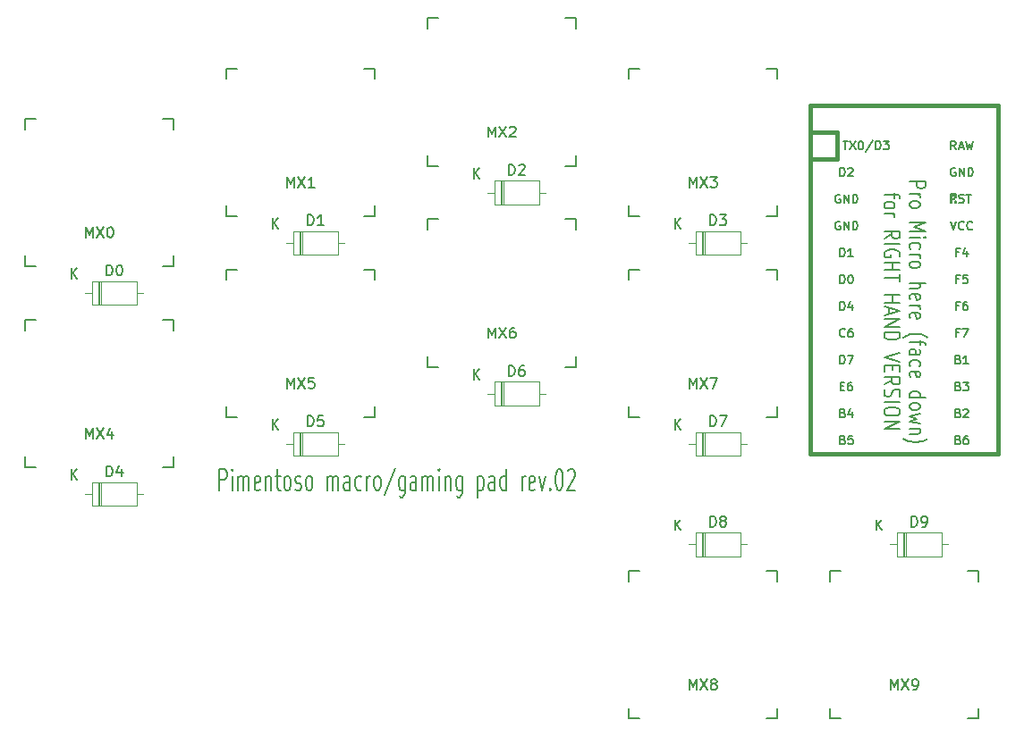
<source format=gto>
G04 #@! TF.GenerationSoftware,KiCad,Pcbnew,(5.1.0-0)*
G04 #@! TF.CreationDate,2019-07-24T22:08:00+02:00*
G04 #@! TF.ProjectId,tutorial,7475746f-7269-4616-9c2e-6b696361645f,rev?*
G04 #@! TF.SameCoordinates,Original*
G04 #@! TF.FileFunction,Legend,Top*
G04 #@! TF.FilePolarity,Positive*
%FSLAX46Y46*%
G04 Gerber Fmt 4.6, Leading zero omitted, Abs format (unit mm)*
G04 Created by KiCad (PCBNEW (5.1.0-0)) date 2019-07-24 22:08:00*
%MOMM*%
%LPD*%
G04 APERTURE LIST*
%ADD10C,0.150000*%
%ADD11C,0.200000*%
%ADD12C,0.120000*%
%ADD13C,0.381000*%
%ADD14C,1.803800*%
%ADD15C,2.388000*%
%ADD16C,4.089800*%
%ADD17O,1.702000X1.702000*%
%ADD18R,1.702000X1.702000*%
%ADD19C,1.854600*%
%ADD20R,1.854600X1.854600*%
%ADD21C,2.302000*%
G04 APERTURE END LIST*
D10*
X152921428Y-27506571D02*
X154421428Y-27506571D01*
X154421428Y-27963714D01*
X154350000Y-28078000D01*
X154278571Y-28135142D01*
X154135714Y-28192285D01*
X153921428Y-28192285D01*
X153778571Y-28135142D01*
X153707142Y-28078000D01*
X153635714Y-27963714D01*
X153635714Y-27506571D01*
X152921428Y-28706571D02*
X153921428Y-28706571D01*
X153635714Y-28706571D02*
X153778571Y-28763714D01*
X153850000Y-28820857D01*
X153921428Y-28935142D01*
X153921428Y-29049428D01*
X152921428Y-29620857D02*
X152992857Y-29506571D01*
X153064285Y-29449428D01*
X153207142Y-29392285D01*
X153635714Y-29392285D01*
X153778571Y-29449428D01*
X153850000Y-29506571D01*
X153921428Y-29620857D01*
X153921428Y-29792285D01*
X153850000Y-29906571D01*
X153778571Y-29963714D01*
X153635714Y-30020857D01*
X153207142Y-30020857D01*
X153064285Y-29963714D01*
X152992857Y-29906571D01*
X152921428Y-29792285D01*
X152921428Y-29620857D01*
X152921428Y-31449428D02*
X154421428Y-31449428D01*
X153350000Y-31849428D01*
X154421428Y-32249428D01*
X152921428Y-32249428D01*
X152921428Y-32820857D02*
X153921428Y-32820857D01*
X154421428Y-32820857D02*
X154350000Y-32763714D01*
X154278571Y-32820857D01*
X154350000Y-32878000D01*
X154421428Y-32820857D01*
X154278571Y-32820857D01*
X152992857Y-33906571D02*
X152921428Y-33792285D01*
X152921428Y-33563714D01*
X152992857Y-33449428D01*
X153064285Y-33392285D01*
X153207142Y-33335142D01*
X153635714Y-33335142D01*
X153778571Y-33392285D01*
X153850000Y-33449428D01*
X153921428Y-33563714D01*
X153921428Y-33792285D01*
X153850000Y-33906571D01*
X152921428Y-34420857D02*
X153921428Y-34420857D01*
X153635714Y-34420857D02*
X153778571Y-34478000D01*
X153850000Y-34535142D01*
X153921428Y-34649428D01*
X153921428Y-34763714D01*
X152921428Y-35335142D02*
X152992857Y-35220857D01*
X153064285Y-35163714D01*
X153207142Y-35106571D01*
X153635714Y-35106571D01*
X153778571Y-35163714D01*
X153850000Y-35220857D01*
X153921428Y-35335142D01*
X153921428Y-35506571D01*
X153850000Y-35620857D01*
X153778571Y-35678000D01*
X153635714Y-35735142D01*
X153207142Y-35735142D01*
X153064285Y-35678000D01*
X152992857Y-35620857D01*
X152921428Y-35506571D01*
X152921428Y-35335142D01*
X152921428Y-37163714D02*
X154421428Y-37163714D01*
X152921428Y-37678000D02*
X153707142Y-37678000D01*
X153850000Y-37620857D01*
X153921428Y-37506571D01*
X153921428Y-37335142D01*
X153850000Y-37220857D01*
X153778571Y-37163714D01*
X152992857Y-38706571D02*
X152921428Y-38592285D01*
X152921428Y-38363714D01*
X152992857Y-38249428D01*
X153135714Y-38192285D01*
X153707142Y-38192285D01*
X153850000Y-38249428D01*
X153921428Y-38363714D01*
X153921428Y-38592285D01*
X153850000Y-38706571D01*
X153707142Y-38763714D01*
X153564285Y-38763714D01*
X153421428Y-38192285D01*
X152921428Y-39278000D02*
X153921428Y-39278000D01*
X153635714Y-39278000D02*
X153778571Y-39335142D01*
X153850000Y-39392285D01*
X153921428Y-39506571D01*
X153921428Y-39620857D01*
X152992857Y-40478000D02*
X152921428Y-40363714D01*
X152921428Y-40135142D01*
X152992857Y-40020857D01*
X153135714Y-39963714D01*
X153707142Y-39963714D01*
X153850000Y-40020857D01*
X153921428Y-40135142D01*
X153921428Y-40363714D01*
X153850000Y-40478000D01*
X153707142Y-40535142D01*
X153564285Y-40535142D01*
X153421428Y-39963714D01*
X152350000Y-42306571D02*
X152421428Y-42249428D01*
X152635714Y-42135142D01*
X152778571Y-42078000D01*
X152992857Y-42020857D01*
X153350000Y-41963714D01*
X153635714Y-41963714D01*
X153992857Y-42020857D01*
X154207142Y-42078000D01*
X154350000Y-42135142D01*
X154564285Y-42249428D01*
X154635714Y-42306571D01*
X153921428Y-42592285D02*
X153921428Y-43049428D01*
X152921428Y-42763714D02*
X154207142Y-42763714D01*
X154350000Y-42820857D01*
X154421428Y-42935142D01*
X154421428Y-43049428D01*
X152921428Y-43963714D02*
X153707142Y-43963714D01*
X153850000Y-43906571D01*
X153921428Y-43792285D01*
X153921428Y-43563714D01*
X153850000Y-43449428D01*
X152992857Y-43963714D02*
X152921428Y-43849428D01*
X152921428Y-43563714D01*
X152992857Y-43449428D01*
X153135714Y-43392285D01*
X153278571Y-43392285D01*
X153421428Y-43449428D01*
X153492857Y-43563714D01*
X153492857Y-43849428D01*
X153564285Y-43963714D01*
X152992857Y-45049428D02*
X152921428Y-44935142D01*
X152921428Y-44706571D01*
X152992857Y-44592285D01*
X153064285Y-44535142D01*
X153207142Y-44478000D01*
X153635714Y-44478000D01*
X153778571Y-44535142D01*
X153850000Y-44592285D01*
X153921428Y-44706571D01*
X153921428Y-44935142D01*
X153850000Y-45049428D01*
X152992857Y-46020857D02*
X152921428Y-45906571D01*
X152921428Y-45678000D01*
X152992857Y-45563714D01*
X153135714Y-45506571D01*
X153707142Y-45506571D01*
X153850000Y-45563714D01*
X153921428Y-45678000D01*
X153921428Y-45906571D01*
X153850000Y-46020857D01*
X153707142Y-46078000D01*
X153564285Y-46078000D01*
X153421428Y-45506571D01*
X152921428Y-48020857D02*
X154421428Y-48020857D01*
X152992857Y-48020857D02*
X152921428Y-47906571D01*
X152921428Y-47678000D01*
X152992857Y-47563714D01*
X153064285Y-47506571D01*
X153207142Y-47449428D01*
X153635714Y-47449428D01*
X153778571Y-47506571D01*
X153850000Y-47563714D01*
X153921428Y-47678000D01*
X153921428Y-47906571D01*
X153850000Y-48020857D01*
X152921428Y-48763714D02*
X152992857Y-48649428D01*
X153064285Y-48592285D01*
X153207142Y-48535142D01*
X153635714Y-48535142D01*
X153778571Y-48592285D01*
X153850000Y-48649428D01*
X153921428Y-48763714D01*
X153921428Y-48935142D01*
X153850000Y-49049428D01*
X153778571Y-49106571D01*
X153635714Y-49163714D01*
X153207142Y-49163714D01*
X153064285Y-49106571D01*
X152992857Y-49049428D01*
X152921428Y-48935142D01*
X152921428Y-48763714D01*
X153921428Y-49563714D02*
X152921428Y-49792285D01*
X153635714Y-50020857D01*
X152921428Y-50249428D01*
X153921428Y-50478000D01*
X153921428Y-50935142D02*
X152921428Y-50935142D01*
X153778571Y-50935142D02*
X153850000Y-50992285D01*
X153921428Y-51106571D01*
X153921428Y-51278000D01*
X153850000Y-51392285D01*
X153707142Y-51449428D01*
X152921428Y-51449428D01*
X152350000Y-51906571D02*
X152421428Y-51963714D01*
X152635714Y-52078000D01*
X152778571Y-52135142D01*
X152992857Y-52192285D01*
X153350000Y-52249428D01*
X153635714Y-52249428D01*
X153992857Y-52192285D01*
X154207142Y-52135142D01*
X154350000Y-52078000D01*
X154564285Y-51963714D01*
X154635714Y-51906571D01*
X151521428Y-28649428D02*
X151521428Y-29106571D01*
X150521428Y-28820857D02*
X151807142Y-28820857D01*
X151950000Y-28878000D01*
X152021428Y-28992285D01*
X152021428Y-29106571D01*
X150521428Y-29678000D02*
X150592857Y-29563714D01*
X150664285Y-29506571D01*
X150807142Y-29449428D01*
X151235714Y-29449428D01*
X151378571Y-29506571D01*
X151450000Y-29563714D01*
X151521428Y-29678000D01*
X151521428Y-29849428D01*
X151450000Y-29963714D01*
X151378571Y-30020857D01*
X151235714Y-30078000D01*
X150807142Y-30078000D01*
X150664285Y-30020857D01*
X150592857Y-29963714D01*
X150521428Y-29849428D01*
X150521428Y-29678000D01*
X150521428Y-30592285D02*
X151521428Y-30592285D01*
X151235714Y-30592285D02*
X151378571Y-30649428D01*
X151450000Y-30706571D01*
X151521428Y-30820857D01*
X151521428Y-30935142D01*
X150521428Y-32935142D02*
X151235714Y-32535142D01*
X150521428Y-32249428D02*
X152021428Y-32249428D01*
X152021428Y-32706571D01*
X151950000Y-32820857D01*
X151878571Y-32878000D01*
X151735714Y-32935142D01*
X151521428Y-32935142D01*
X151378571Y-32878000D01*
X151307142Y-32820857D01*
X151235714Y-32706571D01*
X151235714Y-32249428D01*
X150521428Y-33449428D02*
X152021428Y-33449428D01*
X151950000Y-34649428D02*
X152021428Y-34535142D01*
X152021428Y-34363714D01*
X151950000Y-34192285D01*
X151807142Y-34078000D01*
X151664285Y-34020857D01*
X151378571Y-33963714D01*
X151164285Y-33963714D01*
X150878571Y-34020857D01*
X150735714Y-34078000D01*
X150592857Y-34192285D01*
X150521428Y-34363714D01*
X150521428Y-34478000D01*
X150592857Y-34649428D01*
X150664285Y-34706571D01*
X151164285Y-34706571D01*
X151164285Y-34478000D01*
X150521428Y-35220857D02*
X152021428Y-35220857D01*
X151307142Y-35220857D02*
X151307142Y-35906571D01*
X150521428Y-35906571D02*
X152021428Y-35906571D01*
X152021428Y-36306571D02*
X152021428Y-36992285D01*
X150521428Y-36649428D02*
X152021428Y-36649428D01*
X150521428Y-38306571D02*
X152021428Y-38306571D01*
X151307142Y-38306571D02*
X151307142Y-38992285D01*
X150521428Y-38992285D02*
X152021428Y-38992285D01*
X150950000Y-39506571D02*
X150950000Y-40078000D01*
X150521428Y-39392285D02*
X152021428Y-39792285D01*
X150521428Y-40192285D01*
X150521428Y-40592285D02*
X152021428Y-40592285D01*
X150521428Y-41278000D01*
X152021428Y-41278000D01*
X150521428Y-41849428D02*
X152021428Y-41849428D01*
X152021428Y-42135142D01*
X151950000Y-42306571D01*
X151807142Y-42420857D01*
X151664285Y-42478000D01*
X151378571Y-42535142D01*
X151164285Y-42535142D01*
X150878571Y-42478000D01*
X150735714Y-42420857D01*
X150592857Y-42306571D01*
X150521428Y-42135142D01*
X150521428Y-41849428D01*
X152021428Y-43792285D02*
X150521428Y-44192285D01*
X152021428Y-44592285D01*
X151307142Y-44992285D02*
X151307142Y-45392285D01*
X150521428Y-45563714D02*
X150521428Y-44992285D01*
X152021428Y-44992285D01*
X152021428Y-45563714D01*
X150521428Y-46763714D02*
X151235714Y-46363714D01*
X150521428Y-46078000D02*
X152021428Y-46078000D01*
X152021428Y-46535142D01*
X151950000Y-46649428D01*
X151878571Y-46706571D01*
X151735714Y-46763714D01*
X151521428Y-46763714D01*
X151378571Y-46706571D01*
X151307142Y-46649428D01*
X151235714Y-46535142D01*
X151235714Y-46078000D01*
X150592857Y-47220857D02*
X150521428Y-47392285D01*
X150521428Y-47678000D01*
X150592857Y-47792285D01*
X150664285Y-47849428D01*
X150807142Y-47906571D01*
X150950000Y-47906571D01*
X151092857Y-47849428D01*
X151164285Y-47792285D01*
X151235714Y-47678000D01*
X151307142Y-47449428D01*
X151378571Y-47335142D01*
X151450000Y-47278000D01*
X151592857Y-47220857D01*
X151735714Y-47220857D01*
X151878571Y-47278000D01*
X151950000Y-47335142D01*
X152021428Y-47449428D01*
X152021428Y-47735142D01*
X151950000Y-47906571D01*
X150521428Y-48420857D02*
X152021428Y-48420857D01*
X152021428Y-49220857D02*
X152021428Y-49449428D01*
X151950000Y-49563714D01*
X151807142Y-49678000D01*
X151521428Y-49735142D01*
X151021428Y-49735142D01*
X150735714Y-49678000D01*
X150592857Y-49563714D01*
X150521428Y-49449428D01*
X150521428Y-49220857D01*
X150592857Y-49106571D01*
X150735714Y-48992285D01*
X151021428Y-48935142D01*
X151521428Y-48935142D01*
X151807142Y-48992285D01*
X151950000Y-49106571D01*
X152021428Y-49220857D01*
X150521428Y-50249428D02*
X152021428Y-50249428D01*
X150521428Y-50935142D01*
X152021428Y-50935142D01*
D11*
X87594000Y-56784761D02*
X87594000Y-54784761D01*
X88051142Y-54784761D01*
X88165428Y-54880000D01*
X88222571Y-54975238D01*
X88279714Y-55165714D01*
X88279714Y-55451428D01*
X88222571Y-55641904D01*
X88165428Y-55737142D01*
X88051142Y-55832380D01*
X87594000Y-55832380D01*
X88794000Y-56784761D02*
X88794000Y-55451428D01*
X88794000Y-54784761D02*
X88736857Y-54880000D01*
X88794000Y-54975238D01*
X88851142Y-54880000D01*
X88794000Y-54784761D01*
X88794000Y-54975238D01*
X89365428Y-56784761D02*
X89365428Y-55451428D01*
X89365428Y-55641904D02*
X89422571Y-55546666D01*
X89536857Y-55451428D01*
X89708285Y-55451428D01*
X89822571Y-55546666D01*
X89879714Y-55737142D01*
X89879714Y-56784761D01*
X89879714Y-55737142D02*
X89936857Y-55546666D01*
X90051142Y-55451428D01*
X90222571Y-55451428D01*
X90336857Y-55546666D01*
X90394000Y-55737142D01*
X90394000Y-56784761D01*
X91422571Y-56689523D02*
X91308285Y-56784761D01*
X91079714Y-56784761D01*
X90965428Y-56689523D01*
X90908285Y-56499047D01*
X90908285Y-55737142D01*
X90965428Y-55546666D01*
X91079714Y-55451428D01*
X91308285Y-55451428D01*
X91422571Y-55546666D01*
X91479714Y-55737142D01*
X91479714Y-55927619D01*
X90908285Y-56118095D01*
X91994000Y-55451428D02*
X91994000Y-56784761D01*
X91994000Y-55641904D02*
X92051142Y-55546666D01*
X92165428Y-55451428D01*
X92336857Y-55451428D01*
X92451142Y-55546666D01*
X92508285Y-55737142D01*
X92508285Y-56784761D01*
X92908285Y-55451428D02*
X93365428Y-55451428D01*
X93079714Y-54784761D02*
X93079714Y-56499047D01*
X93136857Y-56689523D01*
X93251142Y-56784761D01*
X93365428Y-56784761D01*
X93936857Y-56784761D02*
X93822571Y-56689523D01*
X93765428Y-56594285D01*
X93708285Y-56403809D01*
X93708285Y-55832380D01*
X93765428Y-55641904D01*
X93822571Y-55546666D01*
X93936857Y-55451428D01*
X94108285Y-55451428D01*
X94222571Y-55546666D01*
X94279714Y-55641904D01*
X94336857Y-55832380D01*
X94336857Y-56403809D01*
X94279714Y-56594285D01*
X94222571Y-56689523D01*
X94108285Y-56784761D01*
X93936857Y-56784761D01*
X94794000Y-56689523D02*
X94908285Y-56784761D01*
X95136857Y-56784761D01*
X95251142Y-56689523D01*
X95308285Y-56499047D01*
X95308285Y-56403809D01*
X95251142Y-56213333D01*
X95136857Y-56118095D01*
X94965428Y-56118095D01*
X94851142Y-56022857D01*
X94794000Y-55832380D01*
X94794000Y-55737142D01*
X94851142Y-55546666D01*
X94965428Y-55451428D01*
X95136857Y-55451428D01*
X95251142Y-55546666D01*
X95994000Y-56784761D02*
X95879714Y-56689523D01*
X95822571Y-56594285D01*
X95765428Y-56403809D01*
X95765428Y-55832380D01*
X95822571Y-55641904D01*
X95879714Y-55546666D01*
X95994000Y-55451428D01*
X96165428Y-55451428D01*
X96279714Y-55546666D01*
X96336857Y-55641904D01*
X96394000Y-55832380D01*
X96394000Y-56403809D01*
X96336857Y-56594285D01*
X96279714Y-56689523D01*
X96165428Y-56784761D01*
X95994000Y-56784761D01*
X97822571Y-56784761D02*
X97822571Y-55451428D01*
X97822571Y-55641904D02*
X97879714Y-55546666D01*
X97994000Y-55451428D01*
X98165428Y-55451428D01*
X98279714Y-55546666D01*
X98336857Y-55737142D01*
X98336857Y-56784761D01*
X98336857Y-55737142D02*
X98394000Y-55546666D01*
X98508285Y-55451428D01*
X98679714Y-55451428D01*
X98794000Y-55546666D01*
X98851142Y-55737142D01*
X98851142Y-56784761D01*
X99936857Y-56784761D02*
X99936857Y-55737142D01*
X99879714Y-55546666D01*
X99765428Y-55451428D01*
X99536857Y-55451428D01*
X99422571Y-55546666D01*
X99936857Y-56689523D02*
X99822571Y-56784761D01*
X99536857Y-56784761D01*
X99422571Y-56689523D01*
X99365428Y-56499047D01*
X99365428Y-56308571D01*
X99422571Y-56118095D01*
X99536857Y-56022857D01*
X99822571Y-56022857D01*
X99936857Y-55927619D01*
X101022571Y-56689523D02*
X100908285Y-56784761D01*
X100679714Y-56784761D01*
X100565428Y-56689523D01*
X100508285Y-56594285D01*
X100451142Y-56403809D01*
X100451142Y-55832380D01*
X100508285Y-55641904D01*
X100565428Y-55546666D01*
X100679714Y-55451428D01*
X100908285Y-55451428D01*
X101022571Y-55546666D01*
X101536857Y-56784761D02*
X101536857Y-55451428D01*
X101536857Y-55832380D02*
X101594000Y-55641904D01*
X101651142Y-55546666D01*
X101765428Y-55451428D01*
X101879714Y-55451428D01*
X102451142Y-56784761D02*
X102336857Y-56689523D01*
X102279714Y-56594285D01*
X102222571Y-56403809D01*
X102222571Y-55832380D01*
X102279714Y-55641904D01*
X102336857Y-55546666D01*
X102451142Y-55451428D01*
X102622571Y-55451428D01*
X102736857Y-55546666D01*
X102794000Y-55641904D01*
X102851142Y-55832380D01*
X102851142Y-56403809D01*
X102794000Y-56594285D01*
X102736857Y-56689523D01*
X102622571Y-56784761D01*
X102451142Y-56784761D01*
X104222571Y-54689523D02*
X103194000Y-57260952D01*
X105136857Y-55451428D02*
X105136857Y-57070476D01*
X105079714Y-57260952D01*
X105022571Y-57356190D01*
X104908285Y-57451428D01*
X104736857Y-57451428D01*
X104622571Y-57356190D01*
X105136857Y-56689523D02*
X105022571Y-56784761D01*
X104794000Y-56784761D01*
X104679714Y-56689523D01*
X104622571Y-56594285D01*
X104565428Y-56403809D01*
X104565428Y-55832380D01*
X104622571Y-55641904D01*
X104679714Y-55546666D01*
X104794000Y-55451428D01*
X105022571Y-55451428D01*
X105136857Y-55546666D01*
X106222571Y-56784761D02*
X106222571Y-55737142D01*
X106165428Y-55546666D01*
X106051142Y-55451428D01*
X105822571Y-55451428D01*
X105708285Y-55546666D01*
X106222571Y-56689523D02*
X106108285Y-56784761D01*
X105822571Y-56784761D01*
X105708285Y-56689523D01*
X105651142Y-56499047D01*
X105651142Y-56308571D01*
X105708285Y-56118095D01*
X105822571Y-56022857D01*
X106108285Y-56022857D01*
X106222571Y-55927619D01*
X106794000Y-56784761D02*
X106794000Y-55451428D01*
X106794000Y-55641904D02*
X106851142Y-55546666D01*
X106965428Y-55451428D01*
X107136857Y-55451428D01*
X107251142Y-55546666D01*
X107308285Y-55737142D01*
X107308285Y-56784761D01*
X107308285Y-55737142D02*
X107365428Y-55546666D01*
X107479714Y-55451428D01*
X107651142Y-55451428D01*
X107765428Y-55546666D01*
X107822571Y-55737142D01*
X107822571Y-56784761D01*
X108394000Y-56784761D02*
X108394000Y-55451428D01*
X108394000Y-54784761D02*
X108336857Y-54880000D01*
X108394000Y-54975238D01*
X108451142Y-54880000D01*
X108394000Y-54784761D01*
X108394000Y-54975238D01*
X108965428Y-55451428D02*
X108965428Y-56784761D01*
X108965428Y-55641904D02*
X109022571Y-55546666D01*
X109136857Y-55451428D01*
X109308285Y-55451428D01*
X109422571Y-55546666D01*
X109479714Y-55737142D01*
X109479714Y-56784761D01*
X110565428Y-55451428D02*
X110565428Y-57070476D01*
X110508285Y-57260952D01*
X110451142Y-57356190D01*
X110336857Y-57451428D01*
X110165428Y-57451428D01*
X110051142Y-57356190D01*
X110565428Y-56689523D02*
X110451142Y-56784761D01*
X110222571Y-56784761D01*
X110108285Y-56689523D01*
X110051142Y-56594285D01*
X109994000Y-56403809D01*
X109994000Y-55832380D01*
X110051142Y-55641904D01*
X110108285Y-55546666D01*
X110222571Y-55451428D01*
X110451142Y-55451428D01*
X110565428Y-55546666D01*
X112051142Y-55451428D02*
X112051142Y-57451428D01*
X112051142Y-55546666D02*
X112165428Y-55451428D01*
X112394000Y-55451428D01*
X112508285Y-55546666D01*
X112565428Y-55641904D01*
X112622571Y-55832380D01*
X112622571Y-56403809D01*
X112565428Y-56594285D01*
X112508285Y-56689523D01*
X112394000Y-56784761D01*
X112165428Y-56784761D01*
X112051142Y-56689523D01*
X113651142Y-56784761D02*
X113651142Y-55737142D01*
X113594000Y-55546666D01*
X113479714Y-55451428D01*
X113251142Y-55451428D01*
X113136857Y-55546666D01*
X113651142Y-56689523D02*
X113536857Y-56784761D01*
X113251142Y-56784761D01*
X113136857Y-56689523D01*
X113079714Y-56499047D01*
X113079714Y-56308571D01*
X113136857Y-56118095D01*
X113251142Y-56022857D01*
X113536857Y-56022857D01*
X113651142Y-55927619D01*
X114736857Y-56784761D02*
X114736857Y-54784761D01*
X114736857Y-56689523D02*
X114622571Y-56784761D01*
X114394000Y-56784761D01*
X114279714Y-56689523D01*
X114222571Y-56594285D01*
X114165428Y-56403809D01*
X114165428Y-55832380D01*
X114222571Y-55641904D01*
X114279714Y-55546666D01*
X114394000Y-55451428D01*
X114622571Y-55451428D01*
X114736857Y-55546666D01*
X116222571Y-56784761D02*
X116222571Y-55451428D01*
X116222571Y-55832380D02*
X116279714Y-55641904D01*
X116336857Y-55546666D01*
X116451142Y-55451428D01*
X116565428Y-55451428D01*
X117422571Y-56689523D02*
X117308285Y-56784761D01*
X117079714Y-56784761D01*
X116965428Y-56689523D01*
X116908285Y-56499047D01*
X116908285Y-55737142D01*
X116965428Y-55546666D01*
X117079714Y-55451428D01*
X117308285Y-55451428D01*
X117422571Y-55546666D01*
X117479714Y-55737142D01*
X117479714Y-55927619D01*
X116908285Y-56118095D01*
X117879714Y-55451428D02*
X118165428Y-56784761D01*
X118451142Y-55451428D01*
X118908285Y-56594285D02*
X118965428Y-56689523D01*
X118908285Y-56784761D01*
X118851142Y-56689523D01*
X118908285Y-56594285D01*
X118908285Y-56784761D01*
X119708285Y-54784761D02*
X119822571Y-54784761D01*
X119936857Y-54880000D01*
X119994000Y-54975238D01*
X120051142Y-55165714D01*
X120108285Y-55546666D01*
X120108285Y-56022857D01*
X120051142Y-56403809D01*
X119994000Y-56594285D01*
X119936857Y-56689523D01*
X119822571Y-56784761D01*
X119708285Y-56784761D01*
X119594000Y-56689523D01*
X119536857Y-56594285D01*
X119479714Y-56403809D01*
X119422571Y-56022857D01*
X119422571Y-55546666D01*
X119479714Y-55165714D01*
X119536857Y-54975238D01*
X119594000Y-54880000D01*
X119708285Y-54784761D01*
X120565428Y-54975238D02*
X120622571Y-54880000D01*
X120736857Y-54784761D01*
X121022571Y-54784761D01*
X121136857Y-54880000D01*
X121194000Y-54975238D01*
X121251142Y-55165714D01*
X121251142Y-55356190D01*
X121194000Y-55641904D01*
X120508285Y-56784761D01*
X121251142Y-56784761D01*
D10*
X145400000Y-65437500D02*
X145400000Y-64437500D01*
X145400000Y-78437500D02*
X145400000Y-77437500D01*
X159400000Y-64437500D02*
X159400000Y-65437500D01*
X158400000Y-64437500D02*
X159400000Y-64437500D01*
X159400000Y-78437500D02*
X158400000Y-78437500D01*
X159400000Y-77437500D02*
X159400000Y-78437500D01*
X146400000Y-78437500D02*
X145400000Y-78437500D01*
X145400000Y-64437500D02*
X146400000Y-64437500D01*
X126350000Y-65437500D02*
X126350000Y-64437500D01*
X126350000Y-78437500D02*
X126350000Y-77437500D01*
X140350000Y-64437500D02*
X140350000Y-65437500D01*
X139350000Y-64437500D02*
X140350000Y-64437500D01*
X140350000Y-78437500D02*
X139350000Y-78437500D01*
X140350000Y-77437500D02*
X140350000Y-78437500D01*
X127350000Y-78437500D02*
X126350000Y-78437500D01*
X126350000Y-64437500D02*
X127350000Y-64437500D01*
X126350000Y-36862500D02*
X126350000Y-35862500D01*
X126350000Y-49862500D02*
X126350000Y-48862500D01*
X140350000Y-35862500D02*
X140350000Y-36862500D01*
X139350000Y-35862500D02*
X140350000Y-35862500D01*
X140350000Y-49862500D02*
X139350000Y-49862500D01*
X140350000Y-48862500D02*
X140350000Y-49862500D01*
X127350000Y-49862500D02*
X126350000Y-49862500D01*
X126350000Y-35862500D02*
X127350000Y-35862500D01*
X107300000Y-32100000D02*
X107300000Y-31100000D01*
X107300000Y-45100000D02*
X107300000Y-44100000D01*
X121300000Y-31100000D02*
X121300000Y-32100000D01*
X120300000Y-31100000D02*
X121300000Y-31100000D01*
X121300000Y-45100000D02*
X120300000Y-45100000D01*
X121300000Y-44100000D02*
X121300000Y-45100000D01*
X108300000Y-45100000D02*
X107300000Y-45100000D01*
X107300000Y-31100000D02*
X108300000Y-31100000D01*
X88250000Y-36862500D02*
X88250000Y-35862500D01*
X88250000Y-49862500D02*
X88250000Y-48862500D01*
X102250000Y-35862500D02*
X102250000Y-36862500D01*
X101250000Y-35862500D02*
X102250000Y-35862500D01*
X102250000Y-49862500D02*
X101250000Y-49862500D01*
X102250000Y-48862500D02*
X102250000Y-49862500D01*
X89250000Y-49862500D02*
X88250000Y-49862500D01*
X88250000Y-35862500D02*
X89250000Y-35862500D01*
X69200000Y-41625000D02*
X69200000Y-40625000D01*
X69200000Y-54625000D02*
X69200000Y-53625000D01*
X83200000Y-40625000D02*
X83200000Y-41625000D01*
X82200000Y-40625000D02*
X83200000Y-40625000D01*
X83200000Y-54625000D02*
X82200000Y-54625000D01*
X83200000Y-53625000D02*
X83200000Y-54625000D01*
X70200000Y-54625000D02*
X69200000Y-54625000D01*
X69200000Y-40625000D02*
X70200000Y-40625000D01*
X126350000Y-17812500D02*
X126350000Y-16812500D01*
X126350000Y-30812500D02*
X126350000Y-29812500D01*
X140350000Y-16812500D02*
X140350000Y-17812500D01*
X139350000Y-16812500D02*
X140350000Y-16812500D01*
X140350000Y-30812500D02*
X139350000Y-30812500D01*
X140350000Y-29812500D02*
X140350000Y-30812500D01*
X127350000Y-30812500D02*
X126350000Y-30812500D01*
X126350000Y-16812500D02*
X127350000Y-16812500D01*
X107300000Y-13050000D02*
X107300000Y-12050000D01*
X107300000Y-26050000D02*
X107300000Y-25050000D01*
X121300000Y-12050000D02*
X121300000Y-13050000D01*
X120300000Y-12050000D02*
X121300000Y-12050000D01*
X121300000Y-26050000D02*
X120300000Y-26050000D01*
X121300000Y-25050000D02*
X121300000Y-26050000D01*
X108300000Y-26050000D02*
X107300000Y-26050000D01*
X107300000Y-12050000D02*
X108300000Y-12050000D01*
X88250000Y-17812500D02*
X88250000Y-16812500D01*
X88250000Y-30812500D02*
X88250000Y-29812500D01*
X102250000Y-16812500D02*
X102250000Y-17812500D01*
X101250000Y-16812500D02*
X102250000Y-16812500D01*
X102250000Y-30812500D02*
X101250000Y-30812500D01*
X102250000Y-29812500D02*
X102250000Y-30812500D01*
X89250000Y-30812500D02*
X88250000Y-30812500D01*
X88250000Y-16812500D02*
X89250000Y-16812500D01*
X69200000Y-22575000D02*
X69200000Y-21575000D01*
X69200000Y-35575000D02*
X69200000Y-34575000D01*
X83200000Y-21575000D02*
X83200000Y-22575000D01*
X82200000Y-21575000D02*
X83200000Y-21575000D01*
X83200000Y-35575000D02*
X82200000Y-35575000D01*
X83200000Y-34575000D02*
X83200000Y-35575000D01*
X70200000Y-35575000D02*
X69200000Y-35575000D01*
X69200000Y-21575000D02*
X70200000Y-21575000D01*
D12*
X152308750Y-60792500D02*
X152308750Y-63032500D01*
X152548750Y-60792500D02*
X152548750Y-63032500D01*
X152428750Y-60792500D02*
X152428750Y-63032500D01*
X156598750Y-61912500D02*
X155948750Y-61912500D01*
X151058750Y-61912500D02*
X151708750Y-61912500D01*
X155948750Y-60792500D02*
X151708750Y-60792500D01*
X155948750Y-63032500D02*
X155948750Y-60792500D01*
X151708750Y-63032500D02*
X155948750Y-63032500D01*
X151708750Y-60792500D02*
X151708750Y-63032500D01*
X133258750Y-60792500D02*
X133258750Y-63032500D01*
X133498750Y-60792500D02*
X133498750Y-63032500D01*
X133378750Y-60792500D02*
X133378750Y-63032500D01*
X137548750Y-61912500D02*
X136898750Y-61912500D01*
X132008750Y-61912500D02*
X132658750Y-61912500D01*
X136898750Y-60792500D02*
X132658750Y-60792500D01*
X136898750Y-63032500D02*
X136898750Y-60792500D01*
X132658750Y-63032500D02*
X136898750Y-63032500D01*
X132658750Y-60792500D02*
X132658750Y-63032500D01*
X133258750Y-51267500D02*
X133258750Y-53507500D01*
X133498750Y-51267500D02*
X133498750Y-53507500D01*
X133378750Y-51267500D02*
X133378750Y-53507500D01*
X137548750Y-52387500D02*
X136898750Y-52387500D01*
X132008750Y-52387500D02*
X132658750Y-52387500D01*
X136898750Y-51267500D02*
X132658750Y-51267500D01*
X136898750Y-53507500D02*
X136898750Y-51267500D01*
X132658750Y-53507500D02*
X136898750Y-53507500D01*
X132658750Y-51267500D02*
X132658750Y-53507500D01*
X114208750Y-46505000D02*
X114208750Y-48745000D01*
X114448750Y-46505000D02*
X114448750Y-48745000D01*
X114328750Y-46505000D02*
X114328750Y-48745000D01*
X118498750Y-47625000D02*
X117848750Y-47625000D01*
X112958750Y-47625000D02*
X113608750Y-47625000D01*
X117848750Y-46505000D02*
X113608750Y-46505000D01*
X117848750Y-48745000D02*
X117848750Y-46505000D01*
X113608750Y-48745000D02*
X117848750Y-48745000D01*
X113608750Y-46505000D02*
X113608750Y-48745000D01*
X95158750Y-51267500D02*
X95158750Y-53507500D01*
X95398750Y-51267500D02*
X95398750Y-53507500D01*
X95278750Y-51267500D02*
X95278750Y-53507500D01*
X99448750Y-52387500D02*
X98798750Y-52387500D01*
X93908750Y-52387500D02*
X94558750Y-52387500D01*
X98798750Y-51267500D02*
X94558750Y-51267500D01*
X98798750Y-53507500D02*
X98798750Y-51267500D01*
X94558750Y-53507500D02*
X98798750Y-53507500D01*
X94558750Y-51267500D02*
X94558750Y-53507500D01*
X76108750Y-56030000D02*
X76108750Y-58270000D01*
X76348750Y-56030000D02*
X76348750Y-58270000D01*
X76228750Y-56030000D02*
X76228750Y-58270000D01*
X80398750Y-57150000D02*
X79748750Y-57150000D01*
X74858750Y-57150000D02*
X75508750Y-57150000D01*
X79748750Y-56030000D02*
X75508750Y-56030000D01*
X79748750Y-58270000D02*
X79748750Y-56030000D01*
X75508750Y-58270000D02*
X79748750Y-58270000D01*
X75508750Y-56030000D02*
X75508750Y-58270000D01*
X133258750Y-32217500D02*
X133258750Y-34457500D01*
X133498750Y-32217500D02*
X133498750Y-34457500D01*
X133378750Y-32217500D02*
X133378750Y-34457500D01*
X137548750Y-33337500D02*
X136898750Y-33337500D01*
X132008750Y-33337500D02*
X132658750Y-33337500D01*
X136898750Y-32217500D02*
X132658750Y-32217500D01*
X136898750Y-34457500D02*
X136898750Y-32217500D01*
X132658750Y-34457500D02*
X136898750Y-34457500D01*
X132658750Y-32217500D02*
X132658750Y-34457500D01*
X114208750Y-27455000D02*
X114208750Y-29695000D01*
X114448750Y-27455000D02*
X114448750Y-29695000D01*
X114328750Y-27455000D02*
X114328750Y-29695000D01*
X118498750Y-28575000D02*
X117848750Y-28575000D01*
X112958750Y-28575000D02*
X113608750Y-28575000D01*
X117848750Y-27455000D02*
X113608750Y-27455000D01*
X117848750Y-29695000D02*
X117848750Y-27455000D01*
X113608750Y-29695000D02*
X117848750Y-29695000D01*
X113608750Y-27455000D02*
X113608750Y-29695000D01*
X95158750Y-32217500D02*
X95158750Y-34457500D01*
X95398750Y-32217500D02*
X95398750Y-34457500D01*
X95278750Y-32217500D02*
X95278750Y-34457500D01*
X99448750Y-33337500D02*
X98798750Y-33337500D01*
X93908750Y-33337500D02*
X94558750Y-33337500D01*
X98798750Y-32217500D02*
X94558750Y-32217500D01*
X98798750Y-34457500D02*
X98798750Y-32217500D01*
X94558750Y-34457500D02*
X98798750Y-34457500D01*
X94558750Y-32217500D02*
X94558750Y-34457500D01*
X76108750Y-36980000D02*
X76108750Y-39220000D01*
X76348750Y-36980000D02*
X76348750Y-39220000D01*
X76228750Y-36980000D02*
X76228750Y-39220000D01*
X80398750Y-38100000D02*
X79748750Y-38100000D01*
X74858750Y-38100000D02*
X75508750Y-38100000D01*
X79748750Y-36980000D02*
X75508750Y-36980000D01*
X79748750Y-39220000D02*
X79748750Y-36980000D01*
X75508750Y-39220000D02*
X79748750Y-39220000D01*
X75508750Y-36980000D02*
X75508750Y-39220000D01*
D13*
X146050000Y-22860000D02*
X143510000Y-22860000D01*
X143510000Y-20320000D02*
X143510000Y-22860000D01*
X161290000Y-20320000D02*
X143510000Y-20320000D01*
X161290000Y-22860000D02*
X161290000Y-20320000D01*
D10*
G36*
X157331568Y-29339360D02*
G01*
X157331568Y-29539360D01*
X157231568Y-29539360D01*
X157231568Y-29339360D01*
X157331568Y-29339360D01*
G37*
X157331568Y-29339360D02*
X157331568Y-29539360D01*
X157231568Y-29539360D01*
X157231568Y-29339360D01*
X157331568Y-29339360D01*
G36*
X156931568Y-28739360D02*
G01*
X156931568Y-29539360D01*
X156831568Y-29539360D01*
X156831568Y-28739360D01*
X156931568Y-28739360D01*
G37*
X156931568Y-28739360D02*
X156931568Y-29539360D01*
X156831568Y-29539360D01*
X156831568Y-28739360D01*
X156931568Y-28739360D01*
G36*
X157331568Y-28739360D02*
G01*
X157331568Y-28839360D01*
X156831568Y-28839360D01*
X156831568Y-28739360D01*
X157331568Y-28739360D01*
G37*
X157331568Y-28739360D02*
X157331568Y-28839360D01*
X156831568Y-28839360D01*
X156831568Y-28739360D01*
X157331568Y-28739360D01*
G36*
X157131568Y-29139360D02*
G01*
X157131568Y-29239360D01*
X157031568Y-29239360D01*
X157031568Y-29139360D01*
X157131568Y-29139360D01*
G37*
X157131568Y-29139360D02*
X157131568Y-29239360D01*
X157031568Y-29239360D01*
X157031568Y-29139360D01*
X157131568Y-29139360D01*
G36*
X157331568Y-28739360D02*
G01*
X157331568Y-29039360D01*
X157231568Y-29039360D01*
X157231568Y-28739360D01*
X157331568Y-28739360D01*
G37*
X157331568Y-28739360D02*
X157331568Y-29039360D01*
X157231568Y-29039360D01*
X157231568Y-28739360D01*
X157331568Y-28739360D01*
D13*
X146050000Y-25400000D02*
X143510000Y-25400000D01*
X146050000Y-22860000D02*
X146050000Y-25400000D01*
X161290000Y-53340000D02*
X161290000Y-22860000D01*
X143510000Y-53340000D02*
X161290000Y-53340000D01*
X143510000Y-22860000D02*
X143510000Y-53340000D01*
D10*
X151114285Y-75699880D02*
X151114285Y-74699880D01*
X151447619Y-75414166D01*
X151780952Y-74699880D01*
X151780952Y-75699880D01*
X152161904Y-74699880D02*
X152828571Y-75699880D01*
X152828571Y-74699880D02*
X152161904Y-75699880D01*
X153257142Y-75699880D02*
X153447619Y-75699880D01*
X153542857Y-75652261D01*
X153590476Y-75604642D01*
X153685714Y-75461785D01*
X153733333Y-75271309D01*
X153733333Y-74890357D01*
X153685714Y-74795119D01*
X153638095Y-74747500D01*
X153542857Y-74699880D01*
X153352380Y-74699880D01*
X153257142Y-74747500D01*
X153209523Y-74795119D01*
X153161904Y-74890357D01*
X153161904Y-75128452D01*
X153209523Y-75223690D01*
X153257142Y-75271309D01*
X153352380Y-75318928D01*
X153542857Y-75318928D01*
X153638095Y-75271309D01*
X153685714Y-75223690D01*
X153733333Y-75128452D01*
X132064285Y-75699880D02*
X132064285Y-74699880D01*
X132397619Y-75414166D01*
X132730952Y-74699880D01*
X132730952Y-75699880D01*
X133111904Y-74699880D02*
X133778571Y-75699880D01*
X133778571Y-74699880D02*
X133111904Y-75699880D01*
X134302380Y-75128452D02*
X134207142Y-75080833D01*
X134159523Y-75033214D01*
X134111904Y-74937976D01*
X134111904Y-74890357D01*
X134159523Y-74795119D01*
X134207142Y-74747500D01*
X134302380Y-74699880D01*
X134492857Y-74699880D01*
X134588095Y-74747500D01*
X134635714Y-74795119D01*
X134683333Y-74890357D01*
X134683333Y-74937976D01*
X134635714Y-75033214D01*
X134588095Y-75080833D01*
X134492857Y-75128452D01*
X134302380Y-75128452D01*
X134207142Y-75176071D01*
X134159523Y-75223690D01*
X134111904Y-75318928D01*
X134111904Y-75509404D01*
X134159523Y-75604642D01*
X134207142Y-75652261D01*
X134302380Y-75699880D01*
X134492857Y-75699880D01*
X134588095Y-75652261D01*
X134635714Y-75604642D01*
X134683333Y-75509404D01*
X134683333Y-75318928D01*
X134635714Y-75223690D01*
X134588095Y-75176071D01*
X134492857Y-75128452D01*
X132064285Y-47124880D02*
X132064285Y-46124880D01*
X132397619Y-46839166D01*
X132730952Y-46124880D01*
X132730952Y-47124880D01*
X133111904Y-46124880D02*
X133778571Y-47124880D01*
X133778571Y-46124880D02*
X133111904Y-47124880D01*
X134064285Y-46124880D02*
X134730952Y-46124880D01*
X134302380Y-47124880D01*
X113014285Y-42362380D02*
X113014285Y-41362380D01*
X113347619Y-42076666D01*
X113680952Y-41362380D01*
X113680952Y-42362380D01*
X114061904Y-41362380D02*
X114728571Y-42362380D01*
X114728571Y-41362380D02*
X114061904Y-42362380D01*
X115538095Y-41362380D02*
X115347619Y-41362380D01*
X115252380Y-41410000D01*
X115204761Y-41457619D01*
X115109523Y-41600476D01*
X115061904Y-41790952D01*
X115061904Y-42171904D01*
X115109523Y-42267142D01*
X115157142Y-42314761D01*
X115252380Y-42362380D01*
X115442857Y-42362380D01*
X115538095Y-42314761D01*
X115585714Y-42267142D01*
X115633333Y-42171904D01*
X115633333Y-41933809D01*
X115585714Y-41838571D01*
X115538095Y-41790952D01*
X115442857Y-41743333D01*
X115252380Y-41743333D01*
X115157142Y-41790952D01*
X115109523Y-41838571D01*
X115061904Y-41933809D01*
X93964285Y-47124880D02*
X93964285Y-46124880D01*
X94297619Y-46839166D01*
X94630952Y-46124880D01*
X94630952Y-47124880D01*
X95011904Y-46124880D02*
X95678571Y-47124880D01*
X95678571Y-46124880D02*
X95011904Y-47124880D01*
X96535714Y-46124880D02*
X96059523Y-46124880D01*
X96011904Y-46601071D01*
X96059523Y-46553452D01*
X96154761Y-46505833D01*
X96392857Y-46505833D01*
X96488095Y-46553452D01*
X96535714Y-46601071D01*
X96583333Y-46696309D01*
X96583333Y-46934404D01*
X96535714Y-47029642D01*
X96488095Y-47077261D01*
X96392857Y-47124880D01*
X96154761Y-47124880D01*
X96059523Y-47077261D01*
X96011904Y-47029642D01*
X74914285Y-51887380D02*
X74914285Y-50887380D01*
X75247619Y-51601666D01*
X75580952Y-50887380D01*
X75580952Y-51887380D01*
X75961904Y-50887380D02*
X76628571Y-51887380D01*
X76628571Y-50887380D02*
X75961904Y-51887380D01*
X77438095Y-51220714D02*
X77438095Y-51887380D01*
X77200000Y-50839761D02*
X76961904Y-51554047D01*
X77580952Y-51554047D01*
X132064285Y-28074880D02*
X132064285Y-27074880D01*
X132397619Y-27789166D01*
X132730952Y-27074880D01*
X132730952Y-28074880D01*
X133111904Y-27074880D02*
X133778571Y-28074880D01*
X133778571Y-27074880D02*
X133111904Y-28074880D01*
X134064285Y-27074880D02*
X134683333Y-27074880D01*
X134350000Y-27455833D01*
X134492857Y-27455833D01*
X134588095Y-27503452D01*
X134635714Y-27551071D01*
X134683333Y-27646309D01*
X134683333Y-27884404D01*
X134635714Y-27979642D01*
X134588095Y-28027261D01*
X134492857Y-28074880D01*
X134207142Y-28074880D01*
X134111904Y-28027261D01*
X134064285Y-27979642D01*
X113014285Y-23312380D02*
X113014285Y-22312380D01*
X113347619Y-23026666D01*
X113680952Y-22312380D01*
X113680952Y-23312380D01*
X114061904Y-22312380D02*
X114728571Y-23312380D01*
X114728571Y-22312380D02*
X114061904Y-23312380D01*
X115061904Y-22407619D02*
X115109523Y-22360000D01*
X115204761Y-22312380D01*
X115442857Y-22312380D01*
X115538095Y-22360000D01*
X115585714Y-22407619D01*
X115633333Y-22502857D01*
X115633333Y-22598095D01*
X115585714Y-22740952D01*
X115014285Y-23312380D01*
X115633333Y-23312380D01*
X93964285Y-28074880D02*
X93964285Y-27074880D01*
X94297619Y-27789166D01*
X94630952Y-27074880D01*
X94630952Y-28074880D01*
X95011904Y-27074880D02*
X95678571Y-28074880D01*
X95678571Y-27074880D02*
X95011904Y-28074880D01*
X96583333Y-28074880D02*
X96011904Y-28074880D01*
X96297619Y-28074880D02*
X96297619Y-27074880D01*
X96202380Y-27217738D01*
X96107142Y-27312976D01*
X96011904Y-27360595D01*
X74914285Y-32837380D02*
X74914285Y-31837380D01*
X75247619Y-32551666D01*
X75580952Y-31837380D01*
X75580952Y-32837380D01*
X75961904Y-31837380D02*
X76628571Y-32837380D01*
X76628571Y-31837380D02*
X75961904Y-32837380D01*
X77200000Y-31837380D02*
X77295238Y-31837380D01*
X77390476Y-31885000D01*
X77438095Y-31932619D01*
X77485714Y-32027857D01*
X77533333Y-32218333D01*
X77533333Y-32456428D01*
X77485714Y-32646904D01*
X77438095Y-32742142D01*
X77390476Y-32789761D01*
X77295238Y-32837380D01*
X77200000Y-32837380D01*
X77104761Y-32789761D01*
X77057142Y-32742142D01*
X77009523Y-32646904D01*
X76961904Y-32456428D01*
X76961904Y-32218333D01*
X77009523Y-32027857D01*
X77057142Y-31932619D01*
X77104761Y-31885000D01*
X77200000Y-31837380D01*
X153090654Y-60244880D02*
X153090654Y-59244880D01*
X153328750Y-59244880D01*
X153471607Y-59292500D01*
X153566845Y-59387738D01*
X153614464Y-59482976D01*
X153662083Y-59673452D01*
X153662083Y-59816309D01*
X153614464Y-60006785D01*
X153566845Y-60102023D01*
X153471607Y-60197261D01*
X153328750Y-60244880D01*
X153090654Y-60244880D01*
X154138273Y-60244880D02*
X154328750Y-60244880D01*
X154423988Y-60197261D01*
X154471607Y-60149642D01*
X154566845Y-60006785D01*
X154614464Y-59816309D01*
X154614464Y-59435357D01*
X154566845Y-59340119D01*
X154519226Y-59292500D01*
X154423988Y-59244880D01*
X154233511Y-59244880D01*
X154138273Y-59292500D01*
X154090654Y-59340119D01*
X154043035Y-59435357D01*
X154043035Y-59673452D01*
X154090654Y-59768690D01*
X154138273Y-59816309D01*
X154233511Y-59863928D01*
X154423988Y-59863928D01*
X154519226Y-59816309D01*
X154566845Y-59768690D01*
X154614464Y-59673452D01*
X149756845Y-60564880D02*
X149756845Y-59564880D01*
X150328273Y-60564880D02*
X149899702Y-59993452D01*
X150328273Y-59564880D02*
X149756845Y-60136309D01*
X134040654Y-60244880D02*
X134040654Y-59244880D01*
X134278750Y-59244880D01*
X134421607Y-59292500D01*
X134516845Y-59387738D01*
X134564464Y-59482976D01*
X134612083Y-59673452D01*
X134612083Y-59816309D01*
X134564464Y-60006785D01*
X134516845Y-60102023D01*
X134421607Y-60197261D01*
X134278750Y-60244880D01*
X134040654Y-60244880D01*
X135183511Y-59673452D02*
X135088273Y-59625833D01*
X135040654Y-59578214D01*
X134993035Y-59482976D01*
X134993035Y-59435357D01*
X135040654Y-59340119D01*
X135088273Y-59292500D01*
X135183511Y-59244880D01*
X135373988Y-59244880D01*
X135469226Y-59292500D01*
X135516845Y-59340119D01*
X135564464Y-59435357D01*
X135564464Y-59482976D01*
X135516845Y-59578214D01*
X135469226Y-59625833D01*
X135373988Y-59673452D01*
X135183511Y-59673452D01*
X135088273Y-59721071D01*
X135040654Y-59768690D01*
X134993035Y-59863928D01*
X134993035Y-60054404D01*
X135040654Y-60149642D01*
X135088273Y-60197261D01*
X135183511Y-60244880D01*
X135373988Y-60244880D01*
X135469226Y-60197261D01*
X135516845Y-60149642D01*
X135564464Y-60054404D01*
X135564464Y-59863928D01*
X135516845Y-59768690D01*
X135469226Y-59721071D01*
X135373988Y-59673452D01*
X130706845Y-60564880D02*
X130706845Y-59564880D01*
X131278273Y-60564880D02*
X130849702Y-59993452D01*
X131278273Y-59564880D02*
X130706845Y-60136309D01*
X134040654Y-50719880D02*
X134040654Y-49719880D01*
X134278750Y-49719880D01*
X134421607Y-49767500D01*
X134516845Y-49862738D01*
X134564464Y-49957976D01*
X134612083Y-50148452D01*
X134612083Y-50291309D01*
X134564464Y-50481785D01*
X134516845Y-50577023D01*
X134421607Y-50672261D01*
X134278750Y-50719880D01*
X134040654Y-50719880D01*
X134945416Y-49719880D02*
X135612083Y-49719880D01*
X135183511Y-50719880D01*
X130706845Y-51039880D02*
X130706845Y-50039880D01*
X131278273Y-51039880D02*
X130849702Y-50468452D01*
X131278273Y-50039880D02*
X130706845Y-50611309D01*
X114990654Y-45957380D02*
X114990654Y-44957380D01*
X115228750Y-44957380D01*
X115371607Y-45005000D01*
X115466845Y-45100238D01*
X115514464Y-45195476D01*
X115562083Y-45385952D01*
X115562083Y-45528809D01*
X115514464Y-45719285D01*
X115466845Y-45814523D01*
X115371607Y-45909761D01*
X115228750Y-45957380D01*
X114990654Y-45957380D01*
X116419226Y-44957380D02*
X116228750Y-44957380D01*
X116133511Y-45005000D01*
X116085892Y-45052619D01*
X115990654Y-45195476D01*
X115943035Y-45385952D01*
X115943035Y-45766904D01*
X115990654Y-45862142D01*
X116038273Y-45909761D01*
X116133511Y-45957380D01*
X116323988Y-45957380D01*
X116419226Y-45909761D01*
X116466845Y-45862142D01*
X116514464Y-45766904D01*
X116514464Y-45528809D01*
X116466845Y-45433571D01*
X116419226Y-45385952D01*
X116323988Y-45338333D01*
X116133511Y-45338333D01*
X116038273Y-45385952D01*
X115990654Y-45433571D01*
X115943035Y-45528809D01*
X111656845Y-46277380D02*
X111656845Y-45277380D01*
X112228273Y-46277380D02*
X111799702Y-45705952D01*
X112228273Y-45277380D02*
X111656845Y-45848809D01*
X95940654Y-50719880D02*
X95940654Y-49719880D01*
X96178750Y-49719880D01*
X96321607Y-49767500D01*
X96416845Y-49862738D01*
X96464464Y-49957976D01*
X96512083Y-50148452D01*
X96512083Y-50291309D01*
X96464464Y-50481785D01*
X96416845Y-50577023D01*
X96321607Y-50672261D01*
X96178750Y-50719880D01*
X95940654Y-50719880D01*
X97416845Y-49719880D02*
X96940654Y-49719880D01*
X96893035Y-50196071D01*
X96940654Y-50148452D01*
X97035892Y-50100833D01*
X97273988Y-50100833D01*
X97369226Y-50148452D01*
X97416845Y-50196071D01*
X97464464Y-50291309D01*
X97464464Y-50529404D01*
X97416845Y-50624642D01*
X97369226Y-50672261D01*
X97273988Y-50719880D01*
X97035892Y-50719880D01*
X96940654Y-50672261D01*
X96893035Y-50624642D01*
X92606845Y-51039880D02*
X92606845Y-50039880D01*
X93178273Y-51039880D02*
X92749702Y-50468452D01*
X93178273Y-50039880D02*
X92606845Y-50611309D01*
X76890654Y-55482380D02*
X76890654Y-54482380D01*
X77128750Y-54482380D01*
X77271607Y-54530000D01*
X77366845Y-54625238D01*
X77414464Y-54720476D01*
X77462083Y-54910952D01*
X77462083Y-55053809D01*
X77414464Y-55244285D01*
X77366845Y-55339523D01*
X77271607Y-55434761D01*
X77128750Y-55482380D01*
X76890654Y-55482380D01*
X78319226Y-54815714D02*
X78319226Y-55482380D01*
X78081130Y-54434761D02*
X77843035Y-55149047D01*
X78462083Y-55149047D01*
X73556845Y-55802380D02*
X73556845Y-54802380D01*
X74128273Y-55802380D02*
X73699702Y-55230952D01*
X74128273Y-54802380D02*
X73556845Y-55373809D01*
X134040654Y-31669880D02*
X134040654Y-30669880D01*
X134278750Y-30669880D01*
X134421607Y-30717500D01*
X134516845Y-30812738D01*
X134564464Y-30907976D01*
X134612083Y-31098452D01*
X134612083Y-31241309D01*
X134564464Y-31431785D01*
X134516845Y-31527023D01*
X134421607Y-31622261D01*
X134278750Y-31669880D01*
X134040654Y-31669880D01*
X134945416Y-30669880D02*
X135564464Y-30669880D01*
X135231130Y-31050833D01*
X135373988Y-31050833D01*
X135469226Y-31098452D01*
X135516845Y-31146071D01*
X135564464Y-31241309D01*
X135564464Y-31479404D01*
X135516845Y-31574642D01*
X135469226Y-31622261D01*
X135373988Y-31669880D01*
X135088273Y-31669880D01*
X134993035Y-31622261D01*
X134945416Y-31574642D01*
X130706845Y-31989880D02*
X130706845Y-30989880D01*
X131278273Y-31989880D02*
X130849702Y-31418452D01*
X131278273Y-30989880D02*
X130706845Y-31561309D01*
X114990654Y-26907380D02*
X114990654Y-25907380D01*
X115228750Y-25907380D01*
X115371607Y-25955000D01*
X115466845Y-26050238D01*
X115514464Y-26145476D01*
X115562083Y-26335952D01*
X115562083Y-26478809D01*
X115514464Y-26669285D01*
X115466845Y-26764523D01*
X115371607Y-26859761D01*
X115228750Y-26907380D01*
X114990654Y-26907380D01*
X115943035Y-26002619D02*
X115990654Y-25955000D01*
X116085892Y-25907380D01*
X116323988Y-25907380D01*
X116419226Y-25955000D01*
X116466845Y-26002619D01*
X116514464Y-26097857D01*
X116514464Y-26193095D01*
X116466845Y-26335952D01*
X115895416Y-26907380D01*
X116514464Y-26907380D01*
X111656845Y-27227380D02*
X111656845Y-26227380D01*
X112228273Y-27227380D02*
X111799702Y-26655952D01*
X112228273Y-26227380D02*
X111656845Y-26798809D01*
X95940654Y-31669880D02*
X95940654Y-30669880D01*
X96178750Y-30669880D01*
X96321607Y-30717500D01*
X96416845Y-30812738D01*
X96464464Y-30907976D01*
X96512083Y-31098452D01*
X96512083Y-31241309D01*
X96464464Y-31431785D01*
X96416845Y-31527023D01*
X96321607Y-31622261D01*
X96178750Y-31669880D01*
X95940654Y-31669880D01*
X97464464Y-31669880D02*
X96893035Y-31669880D01*
X97178750Y-31669880D02*
X97178750Y-30669880D01*
X97083511Y-30812738D01*
X96988273Y-30907976D01*
X96893035Y-30955595D01*
X92606845Y-31989880D02*
X92606845Y-30989880D01*
X93178273Y-31989880D02*
X92749702Y-31418452D01*
X93178273Y-30989880D02*
X92606845Y-31561309D01*
X76890654Y-36432380D02*
X76890654Y-35432380D01*
X77128750Y-35432380D01*
X77271607Y-35480000D01*
X77366845Y-35575238D01*
X77414464Y-35670476D01*
X77462083Y-35860952D01*
X77462083Y-36003809D01*
X77414464Y-36194285D01*
X77366845Y-36289523D01*
X77271607Y-36384761D01*
X77128750Y-36432380D01*
X76890654Y-36432380D01*
X78081130Y-35432380D02*
X78176369Y-35432380D01*
X78271607Y-35480000D01*
X78319226Y-35527619D01*
X78366845Y-35622857D01*
X78414464Y-35813333D01*
X78414464Y-36051428D01*
X78366845Y-36241904D01*
X78319226Y-36337142D01*
X78271607Y-36384761D01*
X78176369Y-36432380D01*
X78081130Y-36432380D01*
X77985892Y-36384761D01*
X77938273Y-36337142D01*
X77890654Y-36241904D01*
X77843035Y-36051428D01*
X77843035Y-35813333D01*
X77890654Y-35622857D01*
X77938273Y-35527619D01*
X77985892Y-35480000D01*
X78081130Y-35432380D01*
X73556845Y-36752380D02*
X73556845Y-35752380D01*
X74128273Y-36752380D02*
X73699702Y-36180952D01*
X74128273Y-35752380D02*
X73556845Y-36323809D01*
X146637651Y-23691904D02*
X147094794Y-23691904D01*
X146866223Y-24491904D02*
X146866223Y-23691904D01*
X147285270Y-23691904D02*
X147818604Y-24491904D01*
X147818604Y-23691904D02*
X147285270Y-24491904D01*
X148275747Y-23691904D02*
X148351937Y-23691904D01*
X148428128Y-23730000D01*
X148466223Y-23768095D01*
X148504318Y-23844285D01*
X148542413Y-23996666D01*
X148542413Y-24187142D01*
X148504318Y-24339523D01*
X148466223Y-24415714D01*
X148428128Y-24453809D01*
X148351937Y-24491904D01*
X148275747Y-24491904D01*
X148199556Y-24453809D01*
X148161461Y-24415714D01*
X148123366Y-24339523D01*
X148085270Y-24187142D01*
X148085270Y-23996666D01*
X148123366Y-23844285D01*
X148161461Y-23768095D01*
X148199556Y-23730000D01*
X148275747Y-23691904D01*
X149456699Y-23653809D02*
X148770985Y-24682380D01*
X149723366Y-24491904D02*
X149723366Y-23691904D01*
X149913842Y-23691904D01*
X150028128Y-23730000D01*
X150104318Y-23806190D01*
X150142413Y-23882380D01*
X150180508Y-24034761D01*
X150180508Y-24149047D01*
X150142413Y-24301428D01*
X150104318Y-24377619D01*
X150028128Y-24453809D01*
X149913842Y-24491904D01*
X149723366Y-24491904D01*
X150447175Y-23691904D02*
X150942413Y-23691904D01*
X150675747Y-23996666D01*
X150790032Y-23996666D01*
X150866223Y-24034761D01*
X150904318Y-24072857D01*
X150942413Y-24149047D01*
X150942413Y-24339523D01*
X150904318Y-24415714D01*
X150866223Y-24453809D01*
X150790032Y-24491904D01*
X150561461Y-24491904D01*
X150485270Y-24453809D01*
X150447175Y-24415714D01*
X146348523Y-27031904D02*
X146348523Y-26231904D01*
X146539000Y-26231904D01*
X146653285Y-26270000D01*
X146729476Y-26346190D01*
X146767571Y-26422380D01*
X146805666Y-26574761D01*
X146805666Y-26689047D01*
X146767571Y-26841428D01*
X146729476Y-26917619D01*
X146653285Y-26993809D01*
X146539000Y-27031904D01*
X146348523Y-27031904D01*
X147110428Y-26308095D02*
X147148523Y-26270000D01*
X147224714Y-26231904D01*
X147415190Y-26231904D01*
X147491380Y-26270000D01*
X147529476Y-26308095D01*
X147567571Y-26384285D01*
X147567571Y-26460476D01*
X147529476Y-26574761D01*
X147072333Y-27031904D01*
X147567571Y-27031904D01*
X146348523Y-37191904D02*
X146348523Y-36391904D01*
X146539000Y-36391904D01*
X146653285Y-36430000D01*
X146729476Y-36506190D01*
X146767571Y-36582380D01*
X146805666Y-36734761D01*
X146805666Y-36849047D01*
X146767571Y-37001428D01*
X146729476Y-37077619D01*
X146653285Y-37153809D01*
X146539000Y-37191904D01*
X146348523Y-37191904D01*
X147300904Y-36391904D02*
X147377095Y-36391904D01*
X147453285Y-36430000D01*
X147491380Y-36468095D01*
X147529476Y-36544285D01*
X147567571Y-36696666D01*
X147567571Y-36887142D01*
X147529476Y-37039523D01*
X147491380Y-37115714D01*
X147453285Y-37153809D01*
X147377095Y-37191904D01*
X147300904Y-37191904D01*
X147224714Y-37153809D01*
X147186619Y-37115714D01*
X147148523Y-37039523D01*
X147110428Y-36887142D01*
X147110428Y-36696666D01*
X147148523Y-36544285D01*
X147186619Y-36468095D01*
X147224714Y-36430000D01*
X147300904Y-36391904D01*
X146348523Y-34651904D02*
X146348523Y-33851904D01*
X146539000Y-33851904D01*
X146653285Y-33890000D01*
X146729476Y-33966190D01*
X146767571Y-34042380D01*
X146805666Y-34194761D01*
X146805666Y-34309047D01*
X146767571Y-34461428D01*
X146729476Y-34537619D01*
X146653285Y-34613809D01*
X146539000Y-34651904D01*
X146348523Y-34651904D01*
X147567571Y-34651904D02*
X147110428Y-34651904D01*
X147339000Y-34651904D02*
X147339000Y-33851904D01*
X147262809Y-33966190D01*
X147186619Y-34042380D01*
X147110428Y-34080476D01*
X146329476Y-31350000D02*
X146253285Y-31311904D01*
X146139000Y-31311904D01*
X146024714Y-31350000D01*
X145948523Y-31426190D01*
X145910428Y-31502380D01*
X145872333Y-31654761D01*
X145872333Y-31769047D01*
X145910428Y-31921428D01*
X145948523Y-31997619D01*
X146024714Y-32073809D01*
X146139000Y-32111904D01*
X146215190Y-32111904D01*
X146329476Y-32073809D01*
X146367571Y-32035714D01*
X146367571Y-31769047D01*
X146215190Y-31769047D01*
X146710428Y-32111904D02*
X146710428Y-31311904D01*
X147167571Y-32111904D01*
X147167571Y-31311904D01*
X147548523Y-32111904D02*
X147548523Y-31311904D01*
X147739000Y-31311904D01*
X147853285Y-31350000D01*
X147929476Y-31426190D01*
X147967571Y-31502380D01*
X148005666Y-31654761D01*
X148005666Y-31769047D01*
X147967571Y-31921428D01*
X147929476Y-31997619D01*
X147853285Y-32073809D01*
X147739000Y-32111904D01*
X147548523Y-32111904D01*
X146329476Y-28810000D02*
X146253285Y-28771904D01*
X146139000Y-28771904D01*
X146024714Y-28810000D01*
X145948523Y-28886190D01*
X145910428Y-28962380D01*
X145872333Y-29114761D01*
X145872333Y-29229047D01*
X145910428Y-29381428D01*
X145948523Y-29457619D01*
X146024714Y-29533809D01*
X146139000Y-29571904D01*
X146215190Y-29571904D01*
X146329476Y-29533809D01*
X146367571Y-29495714D01*
X146367571Y-29229047D01*
X146215190Y-29229047D01*
X146710428Y-29571904D02*
X146710428Y-28771904D01*
X147167571Y-29571904D01*
X147167571Y-28771904D01*
X147548523Y-29571904D02*
X147548523Y-28771904D01*
X147739000Y-28771904D01*
X147853285Y-28810000D01*
X147929476Y-28886190D01*
X147967571Y-28962380D01*
X148005666Y-29114761D01*
X148005666Y-29229047D01*
X147967571Y-29381428D01*
X147929476Y-29457619D01*
X147853285Y-29533809D01*
X147739000Y-29571904D01*
X147548523Y-29571904D01*
X146348523Y-39731904D02*
X146348523Y-38931904D01*
X146539000Y-38931904D01*
X146653285Y-38970000D01*
X146729476Y-39046190D01*
X146767571Y-39122380D01*
X146805666Y-39274761D01*
X146805666Y-39389047D01*
X146767571Y-39541428D01*
X146729476Y-39617619D01*
X146653285Y-39693809D01*
X146539000Y-39731904D01*
X146348523Y-39731904D01*
X147491380Y-39198571D02*
X147491380Y-39731904D01*
X147300904Y-38893809D02*
X147110428Y-39465238D01*
X147605666Y-39465238D01*
X146805666Y-42195714D02*
X146767571Y-42233809D01*
X146653285Y-42271904D01*
X146577095Y-42271904D01*
X146462809Y-42233809D01*
X146386619Y-42157619D01*
X146348523Y-42081428D01*
X146310428Y-41929047D01*
X146310428Y-41814761D01*
X146348523Y-41662380D01*
X146386619Y-41586190D01*
X146462809Y-41510000D01*
X146577095Y-41471904D01*
X146653285Y-41471904D01*
X146767571Y-41510000D01*
X146805666Y-41548095D01*
X147491380Y-41471904D02*
X147339000Y-41471904D01*
X147262809Y-41510000D01*
X147224714Y-41548095D01*
X147148523Y-41662380D01*
X147110428Y-41814761D01*
X147110428Y-42119523D01*
X147148523Y-42195714D01*
X147186619Y-42233809D01*
X147262809Y-42271904D01*
X147415190Y-42271904D01*
X147491380Y-42233809D01*
X147529476Y-42195714D01*
X147567571Y-42119523D01*
X147567571Y-41929047D01*
X147529476Y-41852857D01*
X147491380Y-41814761D01*
X147415190Y-41776666D01*
X147262809Y-41776666D01*
X147186619Y-41814761D01*
X147148523Y-41852857D01*
X147110428Y-41929047D01*
X146348523Y-44811904D02*
X146348523Y-44011904D01*
X146539000Y-44011904D01*
X146653285Y-44050000D01*
X146729476Y-44126190D01*
X146767571Y-44202380D01*
X146805666Y-44354761D01*
X146805666Y-44469047D01*
X146767571Y-44621428D01*
X146729476Y-44697619D01*
X146653285Y-44773809D01*
X146539000Y-44811904D01*
X146348523Y-44811904D01*
X147072333Y-44011904D02*
X147605666Y-44011904D01*
X147262809Y-44811904D01*
X146386619Y-46932857D02*
X146653285Y-46932857D01*
X146767571Y-47351904D02*
X146386619Y-47351904D01*
X146386619Y-46551904D01*
X146767571Y-46551904D01*
X147453285Y-46551904D02*
X147300904Y-46551904D01*
X147224714Y-46590000D01*
X147186619Y-46628095D01*
X147110428Y-46742380D01*
X147072333Y-46894761D01*
X147072333Y-47199523D01*
X147110428Y-47275714D01*
X147148523Y-47313809D01*
X147224714Y-47351904D01*
X147377095Y-47351904D01*
X147453285Y-47313809D01*
X147491380Y-47275714D01*
X147529476Y-47199523D01*
X147529476Y-47009047D01*
X147491380Y-46932857D01*
X147453285Y-46894761D01*
X147377095Y-46856666D01*
X147224714Y-46856666D01*
X147148523Y-46894761D01*
X147110428Y-46932857D01*
X147072333Y-47009047D01*
X146615190Y-49472857D02*
X146729476Y-49510952D01*
X146767571Y-49549047D01*
X146805666Y-49625238D01*
X146805666Y-49739523D01*
X146767571Y-49815714D01*
X146729476Y-49853809D01*
X146653285Y-49891904D01*
X146348523Y-49891904D01*
X146348523Y-49091904D01*
X146615190Y-49091904D01*
X146691380Y-49130000D01*
X146729476Y-49168095D01*
X146767571Y-49244285D01*
X146767571Y-49320476D01*
X146729476Y-49396666D01*
X146691380Y-49434761D01*
X146615190Y-49472857D01*
X146348523Y-49472857D01*
X147491380Y-49358571D02*
X147491380Y-49891904D01*
X147300904Y-49053809D02*
X147110428Y-49625238D01*
X147605666Y-49625238D01*
X146615190Y-52012857D02*
X146729476Y-52050952D01*
X146767571Y-52089047D01*
X146805666Y-52165238D01*
X146805666Y-52279523D01*
X146767571Y-52355714D01*
X146729476Y-52393809D01*
X146653285Y-52431904D01*
X146348523Y-52431904D01*
X146348523Y-51631904D01*
X146615190Y-51631904D01*
X146691380Y-51670000D01*
X146729476Y-51708095D01*
X146767571Y-51784285D01*
X146767571Y-51860476D01*
X146729476Y-51936666D01*
X146691380Y-51974761D01*
X146615190Y-52012857D01*
X146348523Y-52012857D01*
X147529476Y-51631904D02*
X147148523Y-51631904D01*
X147110428Y-52012857D01*
X147148523Y-51974761D01*
X147224714Y-51936666D01*
X147415190Y-51936666D01*
X147491380Y-51974761D01*
X147529476Y-52012857D01*
X147567571Y-52089047D01*
X147567571Y-52279523D01*
X147529476Y-52355714D01*
X147491380Y-52393809D01*
X147415190Y-52431904D01*
X147224714Y-52431904D01*
X147148523Y-52393809D01*
X147110428Y-52355714D01*
X157537190Y-52012857D02*
X157651476Y-52050952D01*
X157689571Y-52089047D01*
X157727666Y-52165238D01*
X157727666Y-52279523D01*
X157689571Y-52355714D01*
X157651476Y-52393809D01*
X157575285Y-52431904D01*
X157270523Y-52431904D01*
X157270523Y-51631904D01*
X157537190Y-51631904D01*
X157613380Y-51670000D01*
X157651476Y-51708095D01*
X157689571Y-51784285D01*
X157689571Y-51860476D01*
X157651476Y-51936666D01*
X157613380Y-51974761D01*
X157537190Y-52012857D01*
X157270523Y-52012857D01*
X158413380Y-51631904D02*
X158261000Y-51631904D01*
X158184809Y-51670000D01*
X158146714Y-51708095D01*
X158070523Y-51822380D01*
X158032428Y-51974761D01*
X158032428Y-52279523D01*
X158070523Y-52355714D01*
X158108619Y-52393809D01*
X158184809Y-52431904D01*
X158337190Y-52431904D01*
X158413380Y-52393809D01*
X158451476Y-52355714D01*
X158489571Y-52279523D01*
X158489571Y-52089047D01*
X158451476Y-52012857D01*
X158413380Y-51974761D01*
X158337190Y-51936666D01*
X158184809Y-51936666D01*
X158108619Y-51974761D01*
X158070523Y-52012857D01*
X158032428Y-52089047D01*
X157537190Y-46932857D02*
X157651476Y-46970952D01*
X157689571Y-47009047D01*
X157727666Y-47085238D01*
X157727666Y-47199523D01*
X157689571Y-47275714D01*
X157651476Y-47313809D01*
X157575285Y-47351904D01*
X157270523Y-47351904D01*
X157270523Y-46551904D01*
X157537190Y-46551904D01*
X157613380Y-46590000D01*
X157651476Y-46628095D01*
X157689571Y-46704285D01*
X157689571Y-46780476D01*
X157651476Y-46856666D01*
X157613380Y-46894761D01*
X157537190Y-46932857D01*
X157270523Y-46932857D01*
X157994333Y-46551904D02*
X158489571Y-46551904D01*
X158222904Y-46856666D01*
X158337190Y-46856666D01*
X158413380Y-46894761D01*
X158451476Y-46932857D01*
X158489571Y-47009047D01*
X158489571Y-47199523D01*
X158451476Y-47275714D01*
X158413380Y-47313809D01*
X158337190Y-47351904D01*
X158108619Y-47351904D01*
X158032428Y-47313809D01*
X157994333Y-47275714D01*
X157537190Y-44392857D02*
X157651476Y-44430952D01*
X157689571Y-44469047D01*
X157727666Y-44545238D01*
X157727666Y-44659523D01*
X157689571Y-44735714D01*
X157651476Y-44773809D01*
X157575285Y-44811904D01*
X157270523Y-44811904D01*
X157270523Y-44011904D01*
X157537190Y-44011904D01*
X157613380Y-44050000D01*
X157651476Y-44088095D01*
X157689571Y-44164285D01*
X157689571Y-44240476D01*
X157651476Y-44316666D01*
X157613380Y-44354761D01*
X157537190Y-44392857D01*
X157270523Y-44392857D01*
X158489571Y-44811904D02*
X158032428Y-44811904D01*
X158261000Y-44811904D02*
X158261000Y-44011904D01*
X158184809Y-44126190D01*
X158108619Y-44202380D01*
X158032428Y-44240476D01*
X157594333Y-34232857D02*
X157327666Y-34232857D01*
X157327666Y-34651904D02*
X157327666Y-33851904D01*
X157708619Y-33851904D01*
X158356238Y-34118571D02*
X158356238Y-34651904D01*
X158165761Y-33813809D02*
X157975285Y-34385238D01*
X158470523Y-34385238D01*
X156794333Y-31311904D02*
X157061000Y-32111904D01*
X157327666Y-31311904D01*
X158051476Y-32035714D02*
X158013380Y-32073809D01*
X157899095Y-32111904D01*
X157822904Y-32111904D01*
X157708619Y-32073809D01*
X157632428Y-31997619D01*
X157594333Y-31921428D01*
X157556238Y-31769047D01*
X157556238Y-31654761D01*
X157594333Y-31502380D01*
X157632428Y-31426190D01*
X157708619Y-31350000D01*
X157822904Y-31311904D01*
X157899095Y-31311904D01*
X158013380Y-31350000D01*
X158051476Y-31388095D01*
X158851476Y-32035714D02*
X158813380Y-32073809D01*
X158699095Y-32111904D01*
X158622904Y-32111904D01*
X158508619Y-32073809D01*
X158432428Y-31997619D01*
X158394333Y-31921428D01*
X158356238Y-31769047D01*
X158356238Y-31654761D01*
X158394333Y-31502380D01*
X158432428Y-31426190D01*
X158508619Y-31350000D01*
X158622904Y-31311904D01*
X158699095Y-31311904D01*
X158813380Y-31350000D01*
X158851476Y-31388095D01*
X157599786Y-29503809D02*
X157714072Y-29541904D01*
X157904548Y-29541904D01*
X157980739Y-29503809D01*
X158018834Y-29465714D01*
X158056929Y-29389523D01*
X158056929Y-29313333D01*
X158018834Y-29237142D01*
X157980739Y-29199047D01*
X157904548Y-29160952D01*
X157752167Y-29122857D01*
X157675977Y-29084761D01*
X157637881Y-29046666D01*
X157599786Y-28970476D01*
X157599786Y-28894285D01*
X157637881Y-28818095D01*
X157675977Y-28780000D01*
X157752167Y-28741904D01*
X157942643Y-28741904D01*
X158056929Y-28780000D01*
X158285500Y-28741904D02*
X158742643Y-28741904D01*
X158514072Y-29541904D02*
X158514072Y-28741904D01*
X157251476Y-26270000D02*
X157175285Y-26231904D01*
X157061000Y-26231904D01*
X156946714Y-26270000D01*
X156870523Y-26346190D01*
X156832428Y-26422380D01*
X156794333Y-26574761D01*
X156794333Y-26689047D01*
X156832428Y-26841428D01*
X156870523Y-26917619D01*
X156946714Y-26993809D01*
X157061000Y-27031904D01*
X157137190Y-27031904D01*
X157251476Y-26993809D01*
X157289571Y-26955714D01*
X157289571Y-26689047D01*
X157137190Y-26689047D01*
X157632428Y-27031904D02*
X157632428Y-26231904D01*
X158089571Y-27031904D01*
X158089571Y-26231904D01*
X158470523Y-27031904D02*
X158470523Y-26231904D01*
X158661000Y-26231904D01*
X158775285Y-26270000D01*
X158851476Y-26346190D01*
X158889571Y-26422380D01*
X158927666Y-26574761D01*
X158927666Y-26689047D01*
X158889571Y-26841428D01*
X158851476Y-26917619D01*
X158775285Y-26993809D01*
X158661000Y-27031904D01*
X158470523Y-27031904D01*
X157308619Y-24491904D02*
X157041952Y-24110952D01*
X156851476Y-24491904D02*
X156851476Y-23691904D01*
X157156238Y-23691904D01*
X157232428Y-23730000D01*
X157270523Y-23768095D01*
X157308619Y-23844285D01*
X157308619Y-23958571D01*
X157270523Y-24034761D01*
X157232428Y-24072857D01*
X157156238Y-24110952D01*
X156851476Y-24110952D01*
X157613380Y-24263333D02*
X157994333Y-24263333D01*
X157537190Y-24491904D02*
X157803857Y-23691904D01*
X158070523Y-24491904D01*
X158261000Y-23691904D02*
X158451476Y-24491904D01*
X158603857Y-23920476D01*
X158756238Y-24491904D01*
X158946714Y-23691904D01*
X157594333Y-36772857D02*
X157327666Y-36772857D01*
X157327666Y-37191904D02*
X157327666Y-36391904D01*
X157708619Y-36391904D01*
X158394333Y-36391904D02*
X158013380Y-36391904D01*
X157975285Y-36772857D01*
X158013380Y-36734761D01*
X158089571Y-36696666D01*
X158280047Y-36696666D01*
X158356238Y-36734761D01*
X158394333Y-36772857D01*
X158432428Y-36849047D01*
X158432428Y-37039523D01*
X158394333Y-37115714D01*
X158356238Y-37153809D01*
X158280047Y-37191904D01*
X158089571Y-37191904D01*
X158013380Y-37153809D01*
X157975285Y-37115714D01*
X157594333Y-39312857D02*
X157327666Y-39312857D01*
X157327666Y-39731904D02*
X157327666Y-38931904D01*
X157708619Y-38931904D01*
X158356238Y-38931904D02*
X158203857Y-38931904D01*
X158127666Y-38970000D01*
X158089571Y-39008095D01*
X158013380Y-39122380D01*
X157975285Y-39274761D01*
X157975285Y-39579523D01*
X158013380Y-39655714D01*
X158051476Y-39693809D01*
X158127666Y-39731904D01*
X158280047Y-39731904D01*
X158356238Y-39693809D01*
X158394333Y-39655714D01*
X158432428Y-39579523D01*
X158432428Y-39389047D01*
X158394333Y-39312857D01*
X158356238Y-39274761D01*
X158280047Y-39236666D01*
X158127666Y-39236666D01*
X158051476Y-39274761D01*
X158013380Y-39312857D01*
X157975285Y-39389047D01*
X157594333Y-41852857D02*
X157327666Y-41852857D01*
X157327666Y-42271904D02*
X157327666Y-41471904D01*
X157708619Y-41471904D01*
X157937190Y-41471904D02*
X158470523Y-41471904D01*
X158127666Y-42271904D01*
X157537190Y-49472857D02*
X157651476Y-49510952D01*
X157689571Y-49549047D01*
X157727666Y-49625238D01*
X157727666Y-49739523D01*
X157689571Y-49815714D01*
X157651476Y-49853809D01*
X157575285Y-49891904D01*
X157270523Y-49891904D01*
X157270523Y-49091904D01*
X157537190Y-49091904D01*
X157613380Y-49130000D01*
X157651476Y-49168095D01*
X157689571Y-49244285D01*
X157689571Y-49320476D01*
X157651476Y-49396666D01*
X157613380Y-49434761D01*
X157537190Y-49472857D01*
X157270523Y-49472857D01*
X158032428Y-49168095D02*
X158070523Y-49130000D01*
X158146714Y-49091904D01*
X158337190Y-49091904D01*
X158413380Y-49130000D01*
X158451476Y-49168095D01*
X158489571Y-49244285D01*
X158489571Y-49320476D01*
X158451476Y-49434761D01*
X157994333Y-49891904D01*
X158489571Y-49891904D01*
%LPC*%
D14*
X147320000Y-71437500D03*
X157480000Y-71437500D03*
D15*
X148590000Y-68897500D03*
D16*
X152400000Y-71437500D03*
D15*
X154940000Y-66357500D03*
X149860000Y-66357500D03*
X156210000Y-68897500D03*
D14*
X128270000Y-71437500D03*
X138430000Y-71437500D03*
D15*
X129540000Y-68897500D03*
D16*
X133350000Y-71437500D03*
D15*
X135890000Y-66357500D03*
X130810000Y-66357500D03*
X137160000Y-68897500D03*
D14*
X128270000Y-42862500D03*
X138430000Y-42862500D03*
D15*
X129540000Y-40322500D03*
D16*
X133350000Y-42862500D03*
D15*
X135890000Y-37782500D03*
X130810000Y-37782500D03*
X137160000Y-40322500D03*
D14*
X109220000Y-38100000D03*
X119380000Y-38100000D03*
D15*
X110490000Y-35560000D03*
D16*
X114300000Y-38100000D03*
D15*
X116840000Y-33020000D03*
X111760000Y-33020000D03*
X118110000Y-35560000D03*
D14*
X90170000Y-42862500D03*
X100330000Y-42862500D03*
D15*
X91440000Y-40322500D03*
D16*
X95250000Y-42862500D03*
D15*
X97790000Y-37782500D03*
X92710000Y-37782500D03*
X99060000Y-40322500D03*
D14*
X71120000Y-47625000D03*
X81280000Y-47625000D03*
D15*
X72390000Y-45085000D03*
D16*
X76200000Y-47625000D03*
D15*
X78740000Y-42545000D03*
X73660000Y-42545000D03*
X80010000Y-45085000D03*
D14*
X128270000Y-23812500D03*
X138430000Y-23812500D03*
D15*
X129540000Y-21272500D03*
D16*
X133350000Y-23812500D03*
D15*
X135890000Y-18732500D03*
X130810000Y-18732500D03*
X137160000Y-21272500D03*
D14*
X109220000Y-19050000D03*
X119380000Y-19050000D03*
D15*
X110490000Y-16510000D03*
D16*
X114300000Y-19050000D03*
D15*
X116840000Y-13970000D03*
X111760000Y-13970000D03*
X118110000Y-16510000D03*
D14*
X90170000Y-23812500D03*
X100330000Y-23812500D03*
D15*
X91440000Y-21272500D03*
D16*
X95250000Y-23812500D03*
D15*
X97790000Y-18732500D03*
X92710000Y-18732500D03*
X99060000Y-21272500D03*
D14*
X71120000Y-28575000D03*
X81280000Y-28575000D03*
D15*
X72390000Y-26035000D03*
D16*
X76200000Y-28575000D03*
D15*
X78740000Y-23495000D03*
X73660000Y-23495000D03*
X80010000Y-26035000D03*
D17*
X157638750Y-61912500D03*
D18*
X150018750Y-61912500D03*
D17*
X138588750Y-61912500D03*
D18*
X130968750Y-61912500D03*
D17*
X138588750Y-52387500D03*
D18*
X130968750Y-52387500D03*
D17*
X119538750Y-47625000D03*
D18*
X111918750Y-47625000D03*
D17*
X100488750Y-52387500D03*
D18*
X92868750Y-52387500D03*
D17*
X81438750Y-57150000D03*
D18*
X73818750Y-57150000D03*
D17*
X138588750Y-33337500D03*
D18*
X130968750Y-33337500D03*
D17*
X119538750Y-28575000D03*
D18*
X111918750Y-28575000D03*
D17*
X100488750Y-33337500D03*
D18*
X92868750Y-33337500D03*
D17*
X81438750Y-38100000D03*
D18*
X73818750Y-38100000D03*
D19*
X160020000Y-24130000D03*
X144780000Y-52070000D03*
X160020000Y-26670000D03*
X160020000Y-29210000D03*
X160020000Y-31750000D03*
X160020000Y-34290000D03*
X160020000Y-36830000D03*
X160020000Y-39370000D03*
X160020000Y-41910000D03*
X160020000Y-44450000D03*
X160020000Y-46990000D03*
X160020000Y-49530000D03*
X160020000Y-52070000D03*
X144780000Y-49530000D03*
X144780000Y-46990000D03*
X144780000Y-44450000D03*
X144780000Y-41910000D03*
X144780000Y-39370000D03*
X144780000Y-36830000D03*
X144780000Y-34290000D03*
X144780000Y-31750000D03*
X144780000Y-29210000D03*
X144780000Y-26670000D03*
D20*
X144780000Y-24130000D03*
D21*
X85725000Y-45243750D03*
X123825000Y-40481250D03*
X142875000Y-71437500D03*
X123825000Y-21431250D03*
X85725000Y-26193750D03*
M02*

</source>
